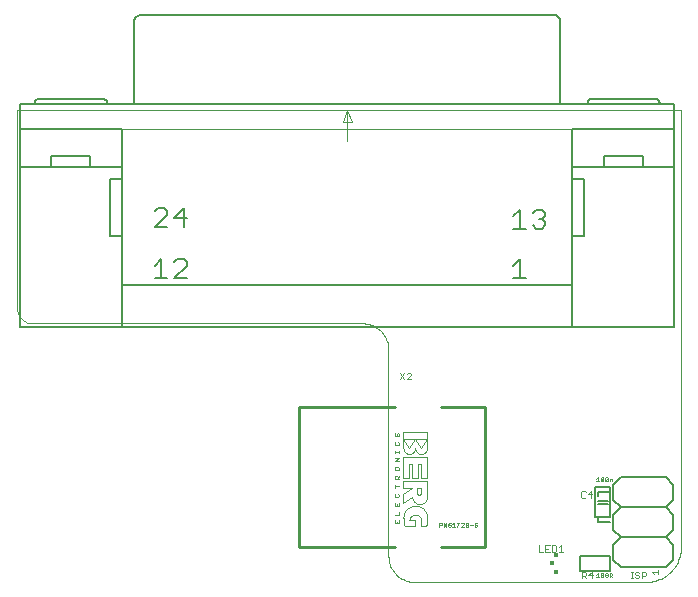
<source format=gto>
G75*
%MOIN*%
%OFA0B0*%
%FSLAX24Y24*%
%IPPOS*%
%LPD*%
%AMOC8*
5,1,8,0,0,1.08239X$1,22.5*
%
%ADD10C,0.0039*%
%ADD11C,0.0040*%
%ADD12C,0.0079*%
%ADD13C,0.0060*%
%ADD14C,0.0020*%
%ADD15C,0.0070*%
%ADD16C,0.0050*%
%ADD17C,0.0030*%
%ADD18C,0.0100*%
%ADD19C,0.0010*%
%ADD20R,0.0167X0.0128*%
%ADD21R,0.0138X0.0138*%
D10*
X000639Y008800D02*
X011639Y008800D01*
X011696Y008798D01*
X011753Y008793D01*
X011810Y008783D01*
X011865Y008770D01*
X011920Y008754D01*
X011974Y008733D01*
X012026Y008710D01*
X012077Y008683D01*
X012125Y008653D01*
X012172Y008619D01*
X012216Y008583D01*
X012258Y008544D01*
X012297Y008502D01*
X012333Y008458D01*
X012367Y008411D01*
X012397Y008363D01*
X012424Y008312D01*
X012447Y008260D01*
X012468Y008206D01*
X012484Y008151D01*
X012497Y008096D01*
X012507Y008039D01*
X012512Y007982D01*
X012514Y007925D01*
X012514Y001050D01*
X012516Y000993D01*
X012521Y000936D01*
X012531Y000879D01*
X012544Y000824D01*
X012560Y000769D01*
X012581Y000715D01*
X012604Y000663D01*
X012631Y000613D01*
X012661Y000564D01*
X012695Y000517D01*
X012731Y000473D01*
X012770Y000431D01*
X012812Y000392D01*
X012856Y000356D01*
X012903Y000322D01*
X012952Y000292D01*
X013002Y000265D01*
X013054Y000242D01*
X013108Y000221D01*
X013163Y000205D01*
X013218Y000192D01*
X013275Y000182D01*
X013332Y000177D01*
X013389Y000175D01*
X021014Y000175D01*
X022264Y001300D02*
X022264Y015925D01*
X000139Y015925D01*
X000139Y009300D01*
X000141Y009256D01*
X000147Y009213D01*
X000156Y009171D01*
X000169Y009129D01*
X000186Y009089D01*
X000206Y009050D01*
X000229Y009013D01*
X000256Y008979D01*
X000285Y008946D01*
X000318Y008917D01*
X000352Y008890D01*
X000389Y008867D01*
X000428Y008847D01*
X000468Y008830D01*
X000510Y008817D01*
X000552Y008808D01*
X000595Y008802D01*
X000639Y008800D01*
X021015Y000176D02*
X021081Y000174D01*
X021148Y000176D01*
X021214Y000182D01*
X021280Y000192D01*
X021346Y000205D01*
X021410Y000222D01*
X021474Y000242D01*
X021536Y000266D01*
X021597Y000294D01*
X021656Y000324D01*
X021713Y000358D01*
X021768Y000396D01*
X021822Y000436D01*
X021872Y000479D01*
X021921Y000525D01*
X021966Y000574D01*
X022009Y000625D01*
X022049Y000678D01*
X022086Y000734D01*
X022120Y000792D01*
X022150Y000851D01*
X022177Y000912D01*
X022201Y000974D01*
X022221Y001038D01*
X022237Y001103D01*
X022250Y001168D01*
X022259Y001234D01*
X022264Y001301D01*
D11*
X021494Y000578D02*
X021494Y000445D01*
X021494Y000512D02*
X021294Y000512D01*
X021361Y000445D01*
D12*
X019889Y002175D02*
X019514Y002175D01*
X019514Y002300D01*
X019514Y003050D02*
X019514Y003175D01*
X019889Y003175D01*
D13*
X020014Y002925D02*
X020014Y003425D01*
X020264Y003675D01*
X021764Y003675D01*
X022014Y003425D01*
X022014Y002925D01*
X021764Y002675D01*
X020264Y002675D01*
X020014Y002925D01*
X020264Y002675D02*
X020014Y002425D01*
X020014Y001925D01*
X020264Y001675D01*
X021764Y001675D01*
X022014Y001925D01*
X022014Y002425D01*
X021764Y002675D01*
X021764Y001675D02*
X022014Y001425D01*
X022014Y000925D01*
X021764Y000675D01*
X020264Y000675D01*
X020014Y000925D01*
X020014Y001425D01*
X020264Y001675D01*
X018639Y008675D02*
X018639Y011725D01*
X019039Y011725D01*
X019039Y013625D01*
X018639Y013625D01*
X018639Y014025D01*
X019699Y014025D01*
X019699Y014375D01*
X020999Y014375D01*
X020999Y014025D01*
X022039Y014025D01*
X022039Y008675D01*
X018639Y008675D01*
X003639Y008675D01*
X003639Y011725D01*
X003239Y011725D01*
X003239Y013625D01*
X003639Y013625D01*
X003639Y014025D01*
X002579Y014025D01*
X002579Y014375D01*
X001279Y014375D01*
X001279Y014025D01*
X000239Y014025D01*
X000239Y016125D01*
X000729Y016125D01*
X000729Y016175D01*
X000729Y016125D02*
X003129Y016125D01*
X003129Y016175D01*
X003129Y016125D02*
X004039Y016125D01*
X004039Y018875D01*
X004041Y018901D01*
X004046Y018927D01*
X004054Y018952D01*
X004066Y018975D01*
X004080Y018997D01*
X004098Y019016D01*
X004117Y019034D01*
X004139Y019048D01*
X004162Y019060D01*
X004187Y019068D01*
X004213Y019073D01*
X004239Y019075D01*
X018039Y019075D01*
X018065Y019073D01*
X018091Y019068D01*
X018116Y019060D01*
X018139Y019048D01*
X018161Y019034D01*
X018180Y019016D01*
X018198Y018997D01*
X018212Y018975D01*
X018224Y018952D01*
X018232Y018927D01*
X018237Y018901D01*
X018239Y018875D01*
X018239Y016125D01*
X019149Y016125D01*
X019149Y016175D01*
X019149Y016125D02*
X021549Y016125D01*
X021549Y016175D01*
X021549Y016125D02*
X022039Y016125D01*
X022039Y014025D01*
X020999Y014025D02*
X019699Y014025D01*
X018639Y014025D02*
X018639Y015275D01*
X022039Y015275D01*
X021549Y016175D02*
X021547Y016192D01*
X021543Y016209D01*
X021536Y016225D01*
X021526Y016239D01*
X021513Y016252D01*
X021499Y016262D01*
X021483Y016269D01*
X021466Y016273D01*
X021449Y016275D01*
X019249Y016275D01*
X019232Y016273D01*
X019215Y016269D01*
X019199Y016262D01*
X019185Y016252D01*
X019172Y016239D01*
X019162Y016225D01*
X019155Y016209D01*
X019151Y016192D01*
X019149Y016175D01*
X018239Y016125D02*
X004039Y016125D01*
X003639Y015275D02*
X003639Y014025D01*
X003639Y013625D02*
X003639Y011725D01*
X003639Y010075D02*
X018639Y010075D01*
X018639Y011725D02*
X018639Y013625D01*
X003639Y015275D02*
X000239Y015275D01*
X000729Y016175D02*
X000731Y016192D01*
X000735Y016209D01*
X000742Y016225D01*
X000752Y016239D01*
X000765Y016252D01*
X000779Y016262D01*
X000795Y016269D01*
X000812Y016273D01*
X000829Y016275D01*
X003029Y016275D01*
X003046Y016273D01*
X003063Y016269D01*
X003079Y016262D01*
X003093Y016252D01*
X003106Y016239D01*
X003116Y016225D01*
X003123Y016209D01*
X003127Y016192D01*
X003129Y016175D01*
X002579Y014025D02*
X001279Y014025D01*
X000239Y014025D02*
X000239Y008675D01*
X003639Y008675D01*
D14*
X011139Y014875D02*
X011139Y015925D01*
X011289Y015525D01*
X010989Y015525D01*
X011139Y015925D01*
X012039Y015925D01*
X011139Y015925D02*
X010239Y015925D01*
X003639Y015275D02*
X018639Y015275D01*
X013230Y007155D02*
X013157Y007155D01*
X013120Y007118D01*
X013046Y007155D02*
X012899Y006935D01*
X013046Y006935D02*
X012899Y007155D01*
X013120Y006935D02*
X013267Y007082D01*
X013267Y007118D01*
X013230Y007155D01*
X013267Y006935D02*
X013120Y006935D01*
X013014Y005185D02*
X013014Y004939D01*
X013014Y004644D01*
X013016Y004617D01*
X013021Y004591D01*
X013030Y004566D01*
X013043Y004542D01*
X013058Y004520D01*
X013077Y004500D01*
X013097Y004483D01*
X013120Y004469D01*
X013145Y004458D01*
X013171Y004451D01*
X013198Y004447D01*
X013224Y004447D01*
X013251Y004451D01*
X013277Y004458D01*
X013302Y004469D01*
X013325Y004483D01*
X013345Y004500D01*
X013364Y004520D01*
X013379Y004542D01*
X013392Y004566D01*
X013401Y004591D01*
X013406Y004617D01*
X013408Y004644D01*
X013211Y004644D02*
X013014Y004939D01*
X013408Y004939D01*
X013211Y004644D01*
X013408Y004939D02*
X013605Y004644D01*
X013408Y004644D02*
X013410Y004617D01*
X013415Y004591D01*
X013424Y004566D01*
X013437Y004542D01*
X013452Y004520D01*
X013471Y004500D01*
X013491Y004483D01*
X013514Y004469D01*
X013539Y004458D01*
X013565Y004451D01*
X013592Y004447D01*
X013618Y004447D01*
X013645Y004451D01*
X013671Y004458D01*
X013696Y004469D01*
X013719Y004483D01*
X013739Y004500D01*
X013758Y004520D01*
X013773Y004542D01*
X013786Y004566D01*
X013795Y004591D01*
X013800Y004617D01*
X013802Y004644D01*
X013802Y004939D01*
X013605Y004644D01*
X013408Y004939D02*
X013802Y004939D01*
X013802Y005185D01*
X013014Y005185D01*
X013014Y004348D02*
X013014Y003659D01*
X013211Y003659D01*
X013211Y004102D01*
X013310Y004102D01*
X013310Y003659D01*
X013506Y003659D01*
X013506Y004102D01*
X013605Y004102D01*
X013605Y003659D01*
X013802Y003659D01*
X013802Y004348D01*
X013014Y004348D01*
X013014Y003561D02*
X013014Y003315D01*
X013310Y003315D01*
X013014Y003118D01*
X013014Y002823D01*
X013310Y003019D01*
X013457Y003167D02*
X013457Y003315D01*
X013605Y003315D01*
X013605Y003167D01*
X013603Y003152D01*
X013599Y003137D01*
X013591Y003124D01*
X013581Y003112D01*
X013568Y003103D01*
X013554Y003097D01*
X013539Y003093D01*
X013523Y003093D01*
X013508Y003097D01*
X013494Y003103D01*
X013481Y003112D01*
X013471Y003124D01*
X013463Y003137D01*
X013459Y003152D01*
X013457Y003167D01*
X013310Y003019D02*
X013312Y002989D01*
X013317Y002960D01*
X013326Y002932D01*
X013338Y002905D01*
X013354Y002879D01*
X013372Y002856D01*
X013393Y002835D01*
X013416Y002817D01*
X013442Y002801D01*
X013469Y002789D01*
X013497Y002780D01*
X013526Y002775D01*
X013556Y002773D01*
X013586Y002775D01*
X013615Y002780D01*
X013643Y002789D01*
X013670Y002801D01*
X013696Y002817D01*
X013719Y002835D01*
X013740Y002856D01*
X013758Y002879D01*
X013774Y002905D01*
X013786Y002932D01*
X013795Y002960D01*
X013800Y002989D01*
X013802Y003019D01*
X013802Y003561D01*
X013014Y003561D01*
X013014Y002331D02*
X013016Y002370D01*
X013022Y002408D01*
X013031Y002445D01*
X013044Y002482D01*
X013061Y002517D01*
X013080Y002550D01*
X013103Y002581D01*
X013129Y002610D01*
X013158Y002636D01*
X013189Y002659D01*
X013222Y002678D01*
X013257Y002695D01*
X013294Y002708D01*
X013331Y002717D01*
X013369Y002723D01*
X013408Y002725D01*
X013447Y002723D01*
X013485Y002717D01*
X013522Y002708D01*
X013559Y002695D01*
X013594Y002678D01*
X013627Y002659D01*
X013658Y002636D01*
X013687Y002610D01*
X013713Y002581D01*
X013736Y002550D01*
X013755Y002517D01*
X013772Y002482D01*
X013785Y002445D01*
X013794Y002408D01*
X013800Y002370D01*
X013802Y002331D01*
X013014Y002331D02*
X013016Y002271D01*
X013022Y002211D01*
X013032Y002152D01*
X013046Y002093D01*
X013063Y002036D01*
X013064Y002035D02*
X013408Y002035D01*
X013408Y002232D01*
X013605Y002232D02*
X013603Y002259D01*
X013598Y002285D01*
X013589Y002310D01*
X013576Y002334D01*
X013561Y002356D01*
X013542Y002376D01*
X013522Y002393D01*
X013499Y002407D01*
X013474Y002418D01*
X013448Y002425D01*
X013421Y002429D01*
X013395Y002429D01*
X013368Y002425D01*
X013342Y002418D01*
X013317Y002407D01*
X013294Y002393D01*
X013274Y002376D01*
X013255Y002356D01*
X013240Y002334D01*
X013227Y002310D01*
X013218Y002285D01*
X013213Y002259D01*
X013211Y002232D01*
X013408Y002232D01*
X013605Y002037D02*
X013780Y002037D01*
X013605Y002036D02*
X013610Y002085D01*
X013612Y002134D01*
X013610Y002183D01*
X013605Y002232D01*
X013801Y002330D02*
X013802Y002255D01*
X013798Y002180D01*
X013791Y002105D01*
X013780Y002031D01*
X017524Y001405D02*
X017524Y001185D01*
X017671Y001185D01*
X017745Y001185D02*
X017745Y001405D01*
X017892Y001405D01*
X017966Y001405D02*
X017966Y001185D01*
X018076Y001185D01*
X018113Y001222D01*
X018113Y001368D01*
X018076Y001405D01*
X017966Y001405D01*
X017819Y001295D02*
X017745Y001295D01*
X017745Y001185D02*
X017892Y001185D01*
X018187Y001185D02*
X018334Y001185D01*
X018261Y001185D02*
X018261Y001405D01*
X018187Y001332D01*
X018957Y000528D02*
X019067Y000528D01*
X019104Y000491D01*
X019104Y000418D01*
X019067Y000381D01*
X018957Y000381D01*
X018957Y000308D02*
X018957Y000528D01*
X019031Y000381D02*
X019104Y000308D01*
X019178Y000418D02*
X019325Y000418D01*
X019288Y000528D02*
X019178Y000418D01*
X019288Y000308D02*
X019288Y000528D01*
X020587Y000530D02*
X020660Y000530D01*
X020624Y000530D02*
X020624Y000310D01*
X020660Y000310D02*
X020587Y000310D01*
X020734Y000347D02*
X020771Y000310D01*
X020844Y000310D01*
X020881Y000347D01*
X020881Y000383D01*
X020844Y000420D01*
X020771Y000420D01*
X020734Y000457D01*
X020734Y000493D01*
X020771Y000530D01*
X020844Y000530D01*
X020881Y000493D01*
X020955Y000530D02*
X021065Y000530D01*
X021102Y000493D01*
X021102Y000420D01*
X021065Y000383D01*
X020955Y000383D01*
X020955Y000310D02*
X020955Y000530D01*
X019273Y002993D02*
X019273Y003213D01*
X019163Y003103D01*
X019310Y003103D01*
X019089Y003030D02*
X019052Y002993D01*
X018979Y002993D01*
X018942Y003030D01*
X018942Y003177D01*
X018979Y003213D01*
X019052Y003213D01*
X019089Y003177D01*
D15*
X017095Y010310D02*
X016674Y010310D01*
X016885Y010310D02*
X016885Y010941D01*
X016674Y010730D01*
X016674Y011960D02*
X017095Y011960D01*
X016885Y011960D02*
X016885Y012591D01*
X016674Y012380D01*
X017319Y012485D02*
X017424Y012591D01*
X017634Y012591D01*
X017739Y012485D01*
X017739Y012380D01*
X017634Y012275D01*
X017739Y012170D01*
X017739Y012065D01*
X017634Y011960D01*
X017424Y011960D01*
X017319Y012065D01*
X017529Y012275D02*
X017634Y012275D01*
X005789Y012325D02*
X005369Y012325D01*
X005684Y012641D01*
X005684Y012010D01*
X005145Y012010D02*
X004724Y012010D01*
X005145Y012430D01*
X005145Y012535D01*
X005040Y012641D01*
X004829Y012641D01*
X004724Y012535D01*
X004935Y010941D02*
X004935Y010310D01*
X005145Y010310D02*
X004724Y010310D01*
X004724Y010730D02*
X004935Y010941D01*
X005369Y010835D02*
X005474Y010941D01*
X005684Y010941D01*
X005789Y010835D01*
X005789Y010730D01*
X005369Y010310D01*
X005789Y010310D01*
D16*
X018889Y001050D02*
X018889Y000550D01*
X019889Y000550D01*
X019889Y001050D01*
X018889Y001050D01*
X019406Y002342D02*
X019906Y002342D01*
X019906Y003342D01*
X019406Y003342D01*
X019406Y002342D01*
X019496Y002792D02*
X019816Y002792D01*
X019816Y002892D02*
X019496Y002892D01*
D17*
X019490Y003538D02*
X019490Y003668D01*
X019447Y003624D01*
X019447Y003538D02*
X019534Y003538D01*
X019594Y003559D02*
X019681Y003646D01*
X019681Y003559D01*
X019659Y003538D01*
X019616Y003538D01*
X019594Y003559D01*
X019594Y003646D01*
X019616Y003668D01*
X019659Y003668D01*
X019681Y003646D01*
X019741Y003646D02*
X019763Y003668D01*
X019807Y003668D01*
X019828Y003646D01*
X019741Y003559D01*
X019763Y003538D01*
X019807Y003538D01*
X019828Y003559D01*
X019828Y003646D01*
X019889Y003624D02*
X019954Y003624D01*
X019976Y003603D01*
X019976Y003538D01*
X019889Y003538D02*
X019889Y003624D01*
X019741Y003646D02*
X019741Y003559D01*
X019756Y000473D02*
X019800Y000473D01*
X019821Y000451D01*
X019735Y000364D01*
X019756Y000343D01*
X019800Y000343D01*
X019821Y000364D01*
X019821Y000451D01*
X019882Y000473D02*
X019947Y000473D01*
X019969Y000451D01*
X019969Y000408D01*
X019947Y000386D01*
X019882Y000386D01*
X019925Y000386D02*
X019969Y000343D01*
X019882Y000343D02*
X019882Y000473D01*
X019756Y000473D02*
X019735Y000451D01*
X019735Y000364D01*
X019674Y000364D02*
X019674Y000386D01*
X019652Y000408D01*
X019609Y000408D01*
X019587Y000429D01*
X019587Y000451D01*
X019609Y000473D01*
X019652Y000473D01*
X019674Y000451D01*
X019674Y000429D01*
X019652Y000408D01*
X019609Y000408D02*
X019587Y000386D01*
X019587Y000364D01*
X019609Y000343D01*
X019652Y000343D01*
X019674Y000364D01*
X019527Y000343D02*
X019440Y000343D01*
X019483Y000343D02*
X019483Y000473D01*
X019440Y000429D01*
X015469Y002052D02*
X015447Y002030D01*
X015404Y002030D01*
X015382Y002052D01*
X015404Y002095D02*
X015447Y002095D01*
X015469Y002073D01*
X015469Y002052D01*
X015404Y002095D02*
X015382Y002117D01*
X015382Y002138D01*
X015404Y002160D01*
X015447Y002160D01*
X015469Y002138D01*
X015321Y002095D02*
X015235Y002095D01*
X015174Y002095D02*
X015109Y002095D01*
X015087Y002117D01*
X015087Y002138D01*
X015109Y002160D01*
X015152Y002160D01*
X015174Y002138D01*
X015174Y002052D01*
X015152Y002030D01*
X015109Y002030D01*
X015087Y002052D01*
X015027Y002030D02*
X014940Y002030D01*
X015027Y002117D01*
X015027Y002138D01*
X015005Y002160D01*
X014962Y002160D01*
X014940Y002138D01*
X014879Y002138D02*
X014793Y002052D01*
X014793Y002030D01*
X014732Y002030D02*
X014645Y002030D01*
X014689Y002030D02*
X014689Y002160D01*
X014645Y002117D01*
X014585Y002160D02*
X014541Y002138D01*
X014498Y002095D01*
X014563Y002095D01*
X014585Y002073D01*
X014585Y002052D01*
X014563Y002030D01*
X014520Y002030D01*
X014498Y002052D01*
X014498Y002095D01*
X014438Y002030D02*
X014438Y002160D01*
X014351Y002160D02*
X014438Y002030D01*
X014351Y002030D02*
X014351Y002160D01*
X014290Y002138D02*
X014290Y002095D01*
X014268Y002073D01*
X014203Y002073D01*
X014203Y002030D02*
X014203Y002160D01*
X014268Y002160D01*
X014290Y002138D01*
X014793Y002160D02*
X014879Y002160D01*
X014879Y002138D01*
D18*
X012719Y001352D02*
X009518Y001352D01*
X009518Y005998D01*
X012719Y005998D01*
X014268Y005998D02*
X015719Y005998D01*
X015719Y001352D01*
X014268Y001352D01*
D19*
X012866Y002135D02*
X012866Y002235D01*
X012791Y002185D02*
X012791Y002135D01*
X012716Y002135D02*
X012866Y002135D01*
X012716Y002135D02*
X012716Y002235D01*
X012716Y002430D02*
X012866Y002430D01*
X012866Y002530D01*
X012866Y002725D02*
X012716Y002725D01*
X012716Y002825D01*
X012791Y002775D02*
X012791Y002725D01*
X012866Y002725D02*
X012866Y002825D01*
X012841Y003019D02*
X012741Y003019D01*
X012716Y003044D01*
X012716Y003094D01*
X012741Y003119D01*
X012841Y003119D02*
X012866Y003094D01*
X012866Y003044D01*
X012841Y003019D01*
X012716Y003314D02*
X012716Y003414D01*
X012716Y003364D02*
X012866Y003364D01*
X012866Y003609D02*
X012716Y003609D01*
X012716Y003684D01*
X012741Y003709D01*
X012791Y003709D01*
X012816Y003684D01*
X012816Y003609D01*
X012816Y003659D02*
X012866Y003709D01*
X012841Y003903D02*
X012741Y003903D01*
X012716Y003928D01*
X012716Y003978D01*
X012741Y004003D01*
X012841Y004003D01*
X012866Y003978D01*
X012866Y003928D01*
X012841Y003903D01*
X012866Y004198D02*
X012716Y004198D01*
X012866Y004298D01*
X012716Y004298D01*
X012716Y004492D02*
X012716Y004543D01*
X012716Y004517D02*
X012866Y004517D01*
X012866Y004492D02*
X012866Y004543D01*
X012841Y004738D02*
X012741Y004738D01*
X012716Y004763D01*
X012716Y004813D01*
X012741Y004838D01*
X012841Y004838D02*
X012866Y004813D01*
X012866Y004763D01*
X012841Y004738D01*
X012841Y005033D02*
X012866Y005058D01*
X012866Y005108D01*
X012841Y005133D01*
X012816Y005133D01*
X012791Y005108D01*
X012791Y005058D01*
X012766Y005033D01*
X012741Y005033D01*
X012716Y005058D01*
X012716Y005108D01*
X012741Y005133D01*
D20*
X018111Y001071D03*
X018111Y000529D03*
D21*
X017958Y000800D03*
M02*

</source>
